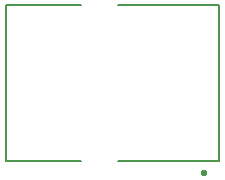
<source format=gbr>
G04 EAGLE Gerber RS-274X export*
G75*
%MOMM*%
%FSLAX34Y34*%
%LPD*%
%INSilkscreen Bottom*%
%IPPOS*%
%AMOC8*
5,1,8,0,0,1.08239X$1,22.5*%
G01*
%ADD10C,0.127000*%
%ADD11C,0.400000*%


D10*
X358675Y238800D02*
X358675Y370800D01*
X273275Y370800D01*
X242275Y370800D02*
X178675Y370800D01*
X178675Y238800D01*
X242275Y238800D01*
X273275Y238800D02*
X358675Y238800D01*
D11*
X345575Y228600D02*
X345577Y228644D01*
X345583Y228688D01*
X345593Y228731D01*
X345606Y228773D01*
X345623Y228814D01*
X345644Y228853D01*
X345668Y228890D01*
X345695Y228925D01*
X345725Y228957D01*
X345758Y228987D01*
X345794Y229013D01*
X345831Y229037D01*
X345871Y229056D01*
X345912Y229073D01*
X345955Y229085D01*
X345998Y229094D01*
X346042Y229099D01*
X346086Y229100D01*
X346130Y229097D01*
X346174Y229090D01*
X346217Y229079D01*
X346259Y229065D01*
X346299Y229047D01*
X346338Y229025D01*
X346374Y229001D01*
X346408Y228973D01*
X346440Y228942D01*
X346469Y228908D01*
X346495Y228872D01*
X346517Y228834D01*
X346536Y228794D01*
X346551Y228752D01*
X346563Y228710D01*
X346571Y228666D01*
X346575Y228622D01*
X346575Y228578D01*
X346571Y228534D01*
X346563Y228490D01*
X346551Y228448D01*
X346536Y228406D01*
X346517Y228366D01*
X346495Y228328D01*
X346469Y228292D01*
X346440Y228258D01*
X346408Y228227D01*
X346374Y228199D01*
X346338Y228175D01*
X346299Y228153D01*
X346259Y228135D01*
X346217Y228121D01*
X346174Y228110D01*
X346130Y228103D01*
X346086Y228100D01*
X346042Y228101D01*
X345998Y228106D01*
X345955Y228115D01*
X345912Y228127D01*
X345871Y228144D01*
X345831Y228163D01*
X345794Y228187D01*
X345758Y228213D01*
X345725Y228243D01*
X345695Y228275D01*
X345668Y228310D01*
X345644Y228347D01*
X345623Y228386D01*
X345606Y228427D01*
X345593Y228469D01*
X345583Y228512D01*
X345577Y228556D01*
X345575Y228600D01*
M02*

</source>
